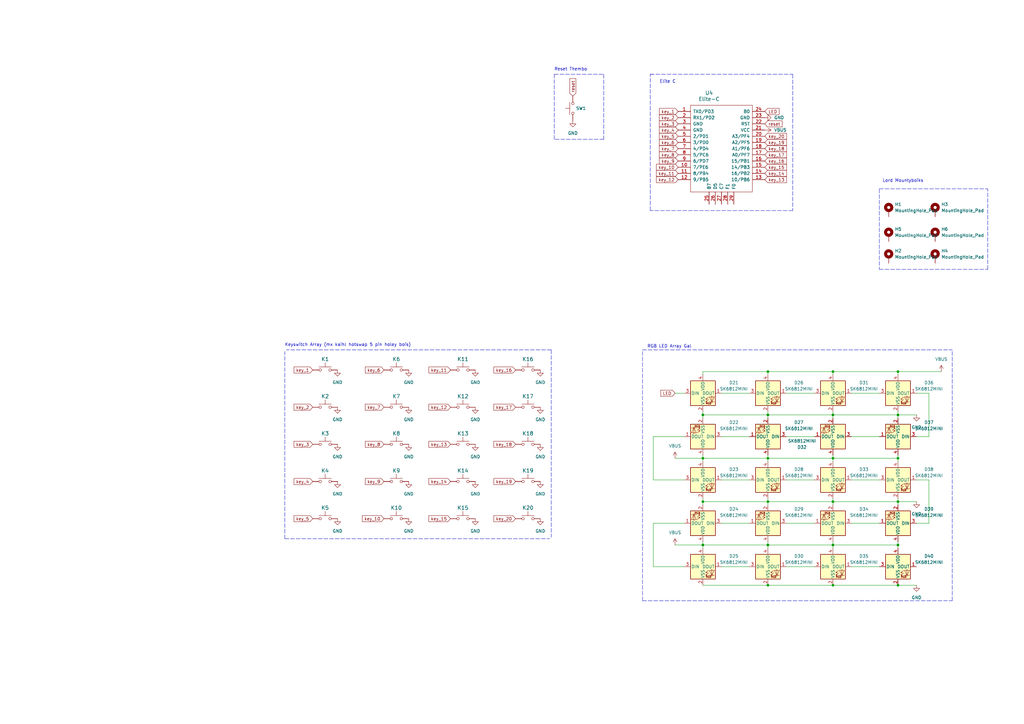
<source format=kicad_sch>
(kicad_sch (version 20211123) (generator eeschema)
  (paper "A3")
  (lib_symbols
    (symbol "Keebs:Elite-C" (pin_names (offset 1.016))
      (property "Reference" "U4" (at -5.08 21.59 0))
      (property "Value" "Elite-C" (at -5.08 19.05 0))
      (symbol "Elite-C_0_1"
        (rectangle (start 12.7 -19.05) (end -12.7 16.51))
      )
      (symbol "Elite-C_1_1"
        (pin input line (at -17.78 13.97 0) (length 5.08) (name "TX0/PD3") (number "1"))
        (pin input line (at -17.78 -8.89 0) (length 5.08) (name "7/PE6") (number "10"))
        (pin input line (at -17.78 -11.43 0) (length 5.08) (name "8/PB4") (number "11"))
        (pin input line (at -17.78 -13.97 0) (length 5.08) (name "9/PB5") (number "12"))
        (pin input line (at 17.78 -13.97 180) (length 5.08) (name "10/PB6") (number "13"))
        (pin input line (at 17.78 -11.43 180) (length 5.08) (name "16/PB2") (number "14"))
        (pin input line (at 17.78 -8.89 180) (length 5.08) (name "14/PB3") (number "15"))
        (pin input line (at 17.78 -6.35 180) (length 5.08) (name "15/PB1") (number "16"))
        (pin input line (at 17.78 -3.81 180) (length 5.08) (name "A0/PF7") (number "17"))
        (pin input line (at 17.78 -1.27 180) (length 5.08) (name "A1/PF6") (number "18"))
        (pin input line (at 17.78 1.27 180) (length 5.08) (name "A2/PF5") (number "19"))
        (pin input line (at -17.78 11.43 0) (length 5.08) (name "RX1/PD2") (number "2"))
        (pin input line (at 17.78 3.81 180) (length 5.08) (name "A3/PF4") (number "20"))
        (pin input line (at 17.78 6.35 180) (length 5.08) (name "VCC") (number "21"))
        (pin input line (at 17.78 8.89 180) (length 5.08) (name "RST") (number "22"))
        (pin input line (at 17.78 11.43 180) (length 5.08) (name "GND") (number "23"))
        (pin input line (at 17.78 13.97 180) (length 5.08) (name "B0") (number "24"))
        (pin input line (at -5.08 -24.13 90) (length 5.08) (name "B7") (number "25"))
        (pin input line (at -2.54 -24.13 90) (length 5.08) (name "D5") (number "26"))
        (pin input line (at 0 -24.13 90) (length 5.08) (name "C7") (number "27"))
        (pin input line (at 2.54 -24.13 90) (length 5.08) (name "F1") (number "28"))
        (pin input line (at 5.08 -24.13 90) (length 5.08) (name "F0") (number "29"))
        (pin input line (at -17.78 8.89 0) (length 5.08) (name "GND") (number "3"))
        (pin input line (at -17.78 6.35 0) (length 5.08) (name "GND") (number "4"))
        (pin input line (at -17.78 3.81 0) (length 5.08) (name "2/PD1") (number "5"))
        (pin input line (at -17.78 1.27 0) (length 5.08) (name "3/PD0") (number "6"))
        (pin input line (at -17.78 -1.27 0) (length 5.08) (name "4/PD4") (number "7"))
        (pin input line (at -17.78 -3.81 0) (length 5.08) (name "5/PC6") (number "8"))
        (pin input line (at -17.78 -6.35 0) (length 5.08) (name "6/PD7") (number "9"))
      )
    )
    (symbol "LED:SK6812MINI" (pin_names (offset 0.254))
      (property "Reference" "D" (at 5.08 5.715 0))
      (property "Value" "SK6812MINI" (at 1.27 -5.715 0))
      (symbol "SK6812MINI_0_0"
        (text "RGB" (at 2.286 -4.191 0) (effects (font (size 0.762 0.762))))
      )
      (symbol "SK6812MINI_0_1"
        (polyline (pts (xy 1.27 -3.556) (xy 1.778 -3.556)))
        (polyline (pts (xy 1.27 -2.54) (xy 1.778 -2.54)))
        (polyline (pts (xy 4.699 -3.556) (xy 2.667 -3.556)))
        (polyline (pts (xy 2.286 -2.54) (xy 1.27 -3.556) (xy 1.27 -3.048)))
        (polyline (pts (xy 2.286 -1.524) (xy 1.27 -2.54) (xy 1.27 -2.032)))
        (polyline (pts (xy 3.683 -1.016) (xy 3.683 -3.556) (xy 3.683 -4.064)))
        (polyline (pts (xy 4.699 -1.524) (xy 2.667 -1.524) (xy 3.683 -3.556) (xy 4.699 -1.524)))
        (rectangle (start 5.08 5.08) (end -5.08 -5.08) (stroke (width 0.254)) (fill (type background)))
      )
      (symbol "SK6812MINI_1_1"
        (pin output line (at 7.62 0 180) (length 2.54) (name "DOUT") (number "1"))
        (pin power_in line (at 0 -7.62 90) (length 2.54) (name "VSS") (number "2"))
        (pin input line (at -7.62 0 0) (length 2.54) (name "DIN") (number "3"))
        (pin power_in line (at 0 7.62 270) (length 2.54) (name "VDD") (number "4"))
      )
    )
    (symbol "Mechanical:MountingHole_Pad" (pin_numbers hide) (pin_names (offset 1.016) hide)
      (property "Reference" "H" (at 0 6.35 0))
      (property "Value" "MountingHole_Pad" (at 0 4.445 0))
      (symbol "MountingHole_Pad_0_1"
        (circle (center 0 1.27) (radius 1.27) (stroke (width 1.27)))
      )
      (symbol "MountingHole_Pad_1_1"
        (pin input line (at 0 -2.54 90) (length 2.54) (name "1") (number "1"))
      )
    )
    (symbol "Switch:SW_Push" (pin_numbers hide) (pin_names (offset 1.016) hide)
      (property "Reference" "SW" (at 1.27 2.54 0))
      (property "Value" "SW_Push" (at 0 -1.524 0))
      (symbol "SW_Push_0_1"
        (circle (center -2.032 0) (radius 0.508))
        (polyline (pts (xy 0 1.27) (xy 0 3.048)))
        (polyline (pts (xy 2.54 1.27) (xy -2.54 1.27)))
        (circle (center 2.032 0) (radius 0.508))
        (pin passive line (at -5.08 0 0) (length 2.54) (name "1") (number "1"))
        (pin passive line (at 5.08 0 180) (length 2.54) (name "2") (number "2"))
      )
    )
    (symbol "power:GND" (power) (pin_names (offset 0))
      (property "Value" "GND" (at 0 -3.81 0))
      (symbol "GND_0_1"
        (polyline (pts (xy 0 0) (xy 0 -1.27) (xy 1.27 -1.27) (xy 0 -2.54) (xy -1.27 -1.27) (xy 0 -1.27)))
      )
      (symbol "GND_1_1"
        (pin power_in line (at 0 0 270) (length 0) hide (name "GND") (number "1"))
      )
    )
    (symbol "power:VBUS" (power) (pin_names (offset 0))
      (property "Value" "VBUS" (at 0 3.81 0))
      (symbol "VBUS_0_1"
        (polyline (pts (xy -0.762 1.27) (xy 0 2.54)))
        (polyline (pts (xy 0 0) (xy 0 2.54)))
        (polyline (pts (xy 0 2.54) (xy 0.762 1.27)))
      )
      (symbol "VBUS_1_1"
        (pin power_in line (at 0 0 90) (length 0) hide (name "VBUS") (number "1"))
      )
    )
  )
  (junction (at 314.96 187.96))
  (junction (at 341.63 205.74))
  (junction (at 288.29 187.96))
  (junction (at 288.29 223.52))
  (junction (at 341.63 223.52))
  (junction (at 341.63 240.03))
  (junction (at 368.3 152.4))
  (junction (at 368.3 187.96))
  (junction (at 314.96 152.4))
  (junction (at 341.63 187.96))
  (junction (at 288.29 170.18))
  (junction (at 314.96 170.18))
  (junction (at 341.63 170.18))
  (junction (at 368.3 223.52))
  (junction (at 368.3 170.18))
  (junction (at 368.3 205.74))
  (junction (at 368.3 240.03))
  (junction (at 314.96 223.52))
  (junction (at 314.96 205.74))
  (junction (at 288.29 205.74))
  (junction (at 314.96 240.03))
  (junction (at 341.63 152.4))
  (wire (pts (xy 341.63 187.96) (xy 341.63 189.23)))
  (polyline (pts (xy 266.7 30.48) (xy 325.12 30.48)))
  (polyline (pts (xy 360.68 77.47) (xy 405.13 77.47)))
  (wire (pts (xy 368.3 152.4) (xy 368.3 153.67)))
  (wire (pts (xy 341.63 240.03) (xy 368.3 240.03)))
  (polyline (pts (xy 325.12 86.36) (xy 266.7 86.36)))
  (wire (pts (xy 267.97 232.41) (xy 280.67 232.41)))
  (wire (pts (xy 341.63 186.69) (xy 341.63 187.96)))
  (wire (pts (xy 288.29 223.52) (xy 314.96 223.52)))
  (wire (pts (xy 322.58 232.41) (xy 334.01 232.41)))
  (wire (pts (xy 276.86 223.52) (xy 288.29 223.52)))
  (polyline (pts (xy 116.84 220.98) (xy 116.84 144.145)))
  (wire (pts (xy 314.96 168.91) (xy 314.96 170.18)))
  (wire (pts (xy 288.29 205.74) (xy 314.96 205.74)))
  (wire (pts (xy 295.91 179.07) (xy 307.34 179.07)))
  (wire (pts (xy 280.67 214.63) (xy 267.97 214.63)))
  (polyline (pts (xy 263.525 246.38) (xy 263.525 143.51)))
  (wire (pts (xy 314.96 223.52) (xy 314.96 224.79)))
  (wire (pts (xy 341.63 170.18) (xy 341.63 171.45)))
  (wire (pts (xy 381 179.07) (xy 375.92 179.07)))
  (wire (pts (xy 267.97 214.63) (xy 267.97 232.41)))
  (wire (pts (xy 322.58 214.63) (xy 334.01 214.63)))
  (wire (pts (xy 322.58 161.29) (xy 334.01 161.29)))
  (wire (pts (xy 288.29 205.74) (xy 288.29 207.01)))
  (wire (pts (xy 341.63 170.18) (xy 314.96 170.18)))
  (wire (pts (xy 314.96 222.25) (xy 314.96 223.52)))
  (wire (pts (xy 368.3 240.03) (xy 375.92 240.03)))
  (wire (pts (xy 276.86 187.96) (xy 288.29 187.96)))
  (wire (pts (xy 368.3 152.4) (xy 341.63 152.4)))
  (wire (pts (xy 288.29 170.18) (xy 288.29 171.45)))
  (wire (pts (xy 276.86 161.29) (xy 280.67 161.29)))
  (polyline (pts (xy 247.65 30.48) (xy 247.65 57.15)))
  (wire (pts (xy 288.29 204.47) (xy 288.29 205.74)))
  (polyline (pts (xy 116.84 220.98) (xy 225.425 220.98)))
  (wire (pts (xy 280.67 179.07) (xy 267.97 179.07)))
  (wire (pts (xy 341.63 152.4) (xy 314.96 152.4)))
  (polyline (pts (xy 266.7 30.48) (xy 267.97 30.48)))
  (wire (pts (xy 349.25 179.07) (xy 360.68 179.07)))
  (wire (pts (xy 341.63 187.96) (xy 368.3 187.96)))
  (wire (pts (xy 368.3 187.96) (xy 368.3 186.69)))
  (wire (pts (xy 349.25 232.41) (xy 360.68 232.41)))
  (wire (pts (xy 295.91 161.29) (xy 307.34 161.29)))
  (wire (pts (xy 314.96 204.47) (xy 314.96 205.74)))
  (wire (pts (xy 341.63 168.91) (xy 341.63 170.18)))
  (polyline (pts (xy 390.525 246.38) (xy 390.525 143.51)))
  (wire (pts (xy 381 214.63) (xy 375.92 214.63)))
  (wire (pts (xy 341.63 204.47) (xy 341.63 205.74)))
  (wire (pts (xy 368.3 170.18) (xy 368.3 171.45)))
  (polyline (pts (xy 227.33 57.15) (xy 227.33 30.48)))
  (wire (pts (xy 368.3 223.52) (xy 368.3 222.25)))
  (wire (pts (xy 288.29 223.52) (xy 288.29 224.79)))
  (wire (pts (xy 349.25 161.29) (xy 360.68 161.29)))
  (polyline (pts (xy 405.13 110.49) (xy 405.13 77.47)))
  (wire (pts (xy 314.96 152.4) (xy 314.96 153.67)))
  (wire (pts (xy 375.92 170.18) (xy 368.3 170.18)))
  (polyline (pts (xy 247.65 57.15) (xy 227.33 57.15)))
  (wire (pts (xy 288.29 152.4) (xy 288.29 153.67)))
  (wire (pts (xy 375.92 161.29) (xy 381 161.29)))
  (wire (pts (xy 368.3 187.96) (xy 368.3 189.23)))
  (polyline (pts (xy 263.525 143.51) (xy 390.525 143.51)))
  (wire (pts (xy 386.08 152.4) (xy 368.3 152.4)))
  (wire (pts (xy 295.91 214.63) (xy 307.34 214.63)))
  (wire (pts (xy 288.29 186.69) (xy 288.29 187.96)))
  (wire (pts (xy 267.97 196.85) (xy 280.67 196.85)))
  (wire (pts (xy 349.25 214.63) (xy 360.68 214.63)))
  (wire (pts (xy 368.3 205.74) (xy 375.92 205.74)))
  (polyline (pts (xy 226.06 143.51) (xy 117.475 143.51)))
  (wire (pts (xy 314.96 187.96) (xy 341.63 187.96)))
  (wire (pts (xy 381 161.29) (xy 381 179.07)))
  (wire (pts (xy 381 196.85) (xy 381 214.63)))
  (wire (pts (xy 341.63 223.52) (xy 341.63 224.79)))
  (polyline (pts (xy 263.525 246.38) (xy 390.525 246.38)))
  (wire (pts (xy 314.96 205.74) (xy 341.63 205.74)))
  (wire (pts (xy 288.29 187.96) (xy 314.96 187.96)))
  (polyline (pts (xy 360.68 110.49) (xy 405.13 110.49)))
  (wire (pts (xy 295.91 196.85) (xy 307.34 196.85)))
  (polyline (pts (xy 227.33 30.48) (xy 247.65 30.48)))
  (polyline (pts (xy 360.68 77.47) (xy 360.68 110.49)))
  (wire (pts (xy 288.29 240.03) (xy 314.96 240.03)))
  (wire (pts (xy 368.3 223.52) (xy 368.3 224.79)))
  (wire (pts (xy 341.63 223.52) (xy 368.3 223.52)))
  (wire (pts (xy 288.29 222.25) (xy 288.29 223.52)))
  (wire (pts (xy 288.29 187.96) (xy 288.29 189.23)))
  (wire (pts (xy 368.3 205.74) (xy 368.3 207.01)))
  (wire (pts (xy 295.91 232.41) (xy 307.34 232.41)))
  (wire (pts (xy 375.92 196.85) (xy 381 196.85)))
  (polyline (pts (xy 325.12 30.48) (xy 325.12 86.36)))
  (wire (pts (xy 341.63 152.4) (xy 341.63 153.67)))
  (wire (pts (xy 368.3 168.91) (xy 368.3 170.18)))
  (wire (pts (xy 368.3 204.47) (xy 368.3 205.74)))
  (wire (pts (xy 322.58 179.07) (xy 334.01 179.07)))
  (wire (pts (xy 341.63 205.74) (xy 368.3 205.74)))
  (wire (pts (xy 341.63 205.74) (xy 341.63 207.01)))
  (wire (pts (xy 314.96 152.4) (xy 288.29 152.4)))
  (wire (pts (xy 341.63 222.25) (xy 341.63 223.52)))
  (wire (pts (xy 314.96 240.03) (xy 341.63 240.03)))
  (wire (pts (xy 288.29 170.18) (xy 288.29 168.91)))
  (wire (pts (xy 314.96 187.96) (xy 314.96 189.23)))
  (wire (pts (xy 314.96 223.52) (xy 341.63 223.52)))
  (wire (pts (xy 267.97 179.07) (xy 267.97 196.85)))
  (wire (pts (xy 314.96 170.18) (xy 314.96 171.45)))
  (wire (pts (xy 349.25 196.85) (xy 360.68 196.85)))
  (wire (pts (xy 314.96 170.18) (xy 288.29 170.18)))
  (wire (pts (xy 314.96 186.69) (xy 314.96 187.96)))
  (wire (pts (xy 314.96 205.74) (xy 314.96 207.01)))
  (polyline (pts (xy 266.7 86.36) (xy 266.7 30.48)))
  (polyline (pts (xy 226.06 143.51) (xy 226.06 220.345)))
  (wire (pts (xy 368.3 170.18) (xy 341.63 170.18)))
  (wire (pts (xy 322.58 196.85) (xy 334.01 196.85)))
  (text "Reset Thembo\n" (at 227.33 29.21 0) (effects (font (size 1.27 1.27)) (justify left bottom)))
  (text "Lord Mountyboiks" (at 361.95 74.93 0) (effects (font (size 1.27 1.27)) (justify left bottom)))
  (text "Keyswitch Array (mx kaihl hotswap 5 pin holey bois)" (at 116.84 142.24 0) (effects (font (size 1.27 1.27)) (justify left bottom)))
  (text "RGB LED Array Gal" (at 265.43 142.875 0) (effects (font (size 1.27 1.27)) (justify left bottom)))
  (text "Elite C\n" (at 270.51 34.29 0) (effects (font (size 1.27 1.27)) (justify left bottom)))
  (global_label "key_17" (shape input) (at 211.455 167.005 180) (property "Intersheet References" "${INTERSHEET_REFS}" (effects hide)))
  (global_label "key_12" (shape input) (at 278.13 73.66 180) (property "Intersheet References" "${INTERSHEET_REFS}" (effects hide)))
  (global_label "LED" (shape input) (at 276.86 161.29 180) (property "Intersheet References" "${INTERSHEET_REFS}" (effects hide)))
  (global_label "key_1" (shape input) (at 128.27 151.765 180) (property "Intersheet References" "${INTERSHEET_REFS}" (effects hide)))
  (global_label "key_11" (shape input) (at 184.785 151.765 180) (property "Intersheet References" "${INTERSHEET_REFS}" (effects hide)))
  (global_label "key_4" (shape input) (at 278.13 53.34 180) (property "Intersheet References" "${INTERSHEET_REFS}" (effects hide)))
  (global_label "key_3" (shape input) (at 128.27 182.245 180) (property "Intersheet References" "${INTERSHEET_REFS}" (effects hide)))
  (global_label "key_8" (shape input) (at 278.13 63.5 180) (property "Intersheet References" "${INTERSHEET_REFS}" (effects hide)))
  (global_label "key_12" (shape input) (at 184.785 167.005 180) (property "Intersheet References" "${INTERSHEET_REFS}" (effects hide)))
  (global_label "key_7" (shape input) (at 278.13 60.96 180) (property "Intersheet References" "${INTERSHEET_REFS}" (effects hide)))
  (global_label "key_11" (shape input) (at 278.13 71.12 180) (property "Intersheet References" "${INTERSHEET_REFS}" (effects hide)))
  (global_label "key_19" (shape input) (at 313.69 58.42 0) (property "Intersheet References" "${INTERSHEET_REFS}" (effects hide)))
  (global_label "key_16" (shape input) (at 211.455 151.765 180) (property "Intersheet References" "${INTERSHEET_REFS}" (effects hide)))
  (global_label "key_13" (shape input) (at 313.69 73.66 0) (property "Intersheet References" "${INTERSHEET_REFS}" (effects hide)))
  (global_label "key_14" (shape input) (at 313.69 71.12 0) (property "Intersheet References" "${INTERSHEET_REFS}" (effects hide)))
  (global_label "key_6" (shape input) (at 278.13 58.42 180) (property "Intersheet References" "${INTERSHEET_REFS}" (effects hide)))
  (global_label "key_13" (shape input) (at 184.785 182.245 180) (property "Intersheet References" "${INTERSHEET_REFS}" (effects hide)))
  (global_label "key_16" (shape input) (at 313.69 66.04 0) (property "Intersheet References" "${INTERSHEET_REFS}" (effects hide)))
  (global_label "reset" (shape input) (at 234.95 39.37 90) (property "Intersheet References" "${INTERSHEET_REFS}" (effects hide)))
  (global_label "key_3" (shape input) (at 278.13 50.8 180) (property "Intersheet References" "${INTERSHEET_REFS}" (effects hide)))
  (global_label "key_18" (shape input) (at 211.455 182.245 180) (property "Intersheet References" "${INTERSHEET_REFS}" (effects hide)))
  (global_label "LED" (shape input) (at 313.69 45.72 0) (property "Intersheet References" "${INTERSHEET_REFS}" (effects hide)))
  (global_label "key_2" (shape input) (at 128.27 167.005 180) (property "Intersheet References" "${INTERSHEET_REFS}" (effects hide)))
  (global_label "key_14" (shape input) (at 184.785 197.485 180) (property "Intersheet References" "${INTERSHEET_REFS}" (effects hide)))
  (global_label "key_9" (shape input) (at 157.48 197.485 180) (property "Intersheet References" "${INTERSHEET_REFS}" (effects hide)))
  (global_label "key_15" (shape input) (at 313.69 68.58 0) (property "Intersheet References" "${INTERSHEET_REFS}" (effects hide)))
  (global_label "key_1" (shape input) (at 278.13 45.72 180) (property "Intersheet References" "${INTERSHEET_REFS}" (effects hide)))
  (global_label "key_15" (shape input) (at 184.785 212.725 180) (property "Intersheet References" "${INTERSHEET_REFS}" (effects hide)))
  (global_label "key_2" (shape input) (at 278.13 48.26 180) (property "Intersheet References" "${INTERSHEET_REFS}" (effects hide)))
  (global_label "key_8" (shape input) (at 157.48 182.245 180) (property "Intersheet References" "${INTERSHEET_REFS}" (effects hide)))
  (global_label "key_5" (shape input) (at 278.13 55.88 180) (property "Intersheet References" "${INTERSHEET_REFS}" (effects hide)))
  (global_label "key_9" (shape input) (at 278.13 66.04 180) (property "Intersheet References" "${INTERSHEET_REFS}" (effects hide)))
  (global_label "key_18" (shape input) (at 313.69 60.96 0) (property "Intersheet References" "${INTERSHEET_REFS}" (effects hide)))
  (global_label "key_17" (shape input) (at 313.69 63.5 0) (property "Intersheet References" "${INTERSHEET_REFS}" (effects hide)))
  (global_label "key_10" (shape input) (at 278.13 68.58 180) (property "Intersheet References" "${INTERSHEET_REFS}" (effects hide)))
  (global_label "key_19" (shape input) (at 211.455 197.485 180) (property "Intersheet References" "${INTERSHEET_REFS}" (effects hide)))
  (global_label "key_4" (shape input) (at 128.27 197.485 180) (property "Intersheet References" "${INTERSHEET_REFS}" (effects hide)))
  (global_label "key_10" (shape input) (at 157.48 212.725 180) (property "Intersheet References" "${INTERSHEET_REFS}" (effects hide)))
  (global_label "reset" (shape input) (at 313.69 50.8 0) (property "Intersheet References" "${INTERSHEET_REFS}" (effects hide)))
  (global_label "key_5" (shape input) (at 128.27 212.725 180) (property "Intersheet References" "${INTERSHEET_REFS}" (effects hide)))
  (global_label "key_20" (shape input) (at 211.455 212.725 180) (property "Intersheet References" "${INTERSHEET_REFS}" (effects hide)))
  (global_label "key_20" (shape input) (at 313.69 55.88 0) (property "Intersheet References" "${INTERSHEET_REFS}" (effects hide)))
  (global_label "key_7" (shape input) (at 157.48 167.005 180) (property "Intersheet References" "${INTERSHEET_REFS}" (effects hide)))
  (global_label "key_6" (shape input) (at 157.48 151.765 180) (property "Intersheet References" "${INTERSHEET_REFS}" (effects hide)))
  (symbol (lib_id "Switch:SW_Push") (at 162.56 167.005 0) (mirror y) (unit 1)
    (property "Reference" "K7" (at 162.56 162.56 0) (effects (font (size 1.524 1.524))))
    (property "Value" "Kailh Hotswap Socket" (effects hide))
    (property "Footprint" "marbastlib-mx:SW_MX_HS_1u" (effects hide))
    (property "Notes" "Not available from Digikey / LCSC" (effects hide))
    (property "MPN" "CPG151101S11" (effects hide))
    (property "Manufacturer" "Kailh Switch" (effects hide))
    (property "Substitue Allowed?" "N" (effects hide))
  )
  (symbol (lib_id "LED:SK6812MINI") (at 314.96 214.63 180) (unit 1)
    (property "Reference" "D29" (at 327.66 208.8005 0))
    (property "Value" "SK6812MINI" (at 327.66 211.3405 0))
    (property "Footprint" "marbastlib-mx:LED_MX_6028R-FLIPPED" (effects hide))
    (property "Datasheet" "https://cdn-shop.adafruit.com/product-files/2686/SK6812MINI_REV.01-1-2.pdf" (effects hide))
  )
  (symbol (lib_id "Switch:SW_Push") (at 162.56 212.725 0) (mirror y) (unit 1)
    (property "Reference" "K10" (at 162.56 208.28 0) (effects (font (size 1.524 1.524))))
    (property "Value" "Kailh Hotswap Socket" (effects hide))
    (property "Footprint" "marbastlib-mx:SW_MX_HS_1u" (effects hide))
    (property "Notes" "Not available from Digikey / LCSC" (effects hide))
    (property "MPN" "CPG151101S11" (effects hide))
    (property "Manufacturer" "Kailh Switch" (effects hide))
    (property "Substitue Allowed?" "N" (effects hide))
  )
  (symbol (lib_id "Mechanical:MountingHole_Pad") (at 364.49 86.36 0) (unit 1)
    (property "Reference" "H1" (at 367.03 83.8199 0) (effects (justify left)))
    (property "Value" "MountingHole_Pad" (at 367.03 86.3599 0) (effects (justify left)))
    (property "Footprint" "MountingHole:MountingHole_2.7mm_M2.5_ISO7380_Pad" (effects hide))
  )
  (symbol (lib_id "power:GND") (at 138.43 212.725 0) (unit 1)
    (property "Reference" "#PWR0157" (effects hide))
    (property "Value" "GND" (at 138.43 217.805 0))
  )
  (symbol (lib_id "power:GND") (at 234.95 49.53 0) (unit 1)
    (property "Reference" "#PWR0108" (effects hide))
    (property "Value" "GND" (at 234.95 54.61 0))
  )
  (symbol (lib_id "LED:SK6812MINI") (at 314.96 196.85 0) (unit 1)
    (property "Reference" "D28" (at 327.66 192.5193 0))
    (property "Value" "SK6812MINI" (at 327.66 195.0593 0))
    (property "Footprint" "marbastlib-mx:LED_MX_6028R-FLIPPED" (effects hide))
    (property "Datasheet" "https://cdn-shop.adafruit.com/product-files/2686/SK6812MINI_REV.01-1-2.pdf" (effects hide))
  )
  (symbol (lib_id "LED:SK6812MINI") (at 368.3 161.29 0) (unit 1)
    (property "Reference" "D36" (at 381 156.9593 0))
    (property "Value" "SK6812MINI" (at 381 159.4993 0))
    (property "Footprint" "marbastlib-mx:LED_MX_6028R-FLIPPED" (effects hide))
    (property "Datasheet" "https://cdn-shop.adafruit.com/product-files/2686/SK6812MINI_REV.01-1-2.pdf" (effects hide))
  )
  (symbol (lib_id "power:GND") (at 375.92 240.03 0) (unit 1)
    (property "Reference" "#PWR0126" (effects hide))
    (property "Value" "GND" (at 375.92 245.11 0))
  )
  (symbol (lib_id "Switch:SW_Push") (at 216.535 212.725 0) (mirror y) (unit 1)
    (property "Reference" "K20" (at 216.535 208.28 0) (effects (font (size 1.524 1.524))))
    (property "Value" "Kailh Hotswap Socket" (effects hide))
    (property "Footprint" "marbastlib-mx:SW_MX_HS_1u" (effects hide))
    (property "Notes" "Not available from Digikey / LCSC" (effects hide))
    (property "MPN" "CPG151101S11" (effects hide))
    (property "Manufacturer" "Kailh Switch" (effects hide))
    (property "Substitue Allowed?" "N" (effects hide))
  )
  (symbol (lib_id "power:GND") (at 221.615 197.485 0) (unit 1)
    (property "Reference" "#PWR0140" (effects hide))
    (property "Value" "GND" (at 221.615 202.565 0))
  )
  (symbol (lib_id "power:GND") (at 375.92 170.18 0) (unit 1)
    (property "Reference" "#PWR0124" (effects hide))
    (property "Value" "GND" (at 375.92 175.26 0))
  )
  (symbol (lib_id "power:VBUS") (at 386.08 152.4 0) (unit 1)
    (property "Reference" "#PWR0104" (effects hide))
    (property "Value" "VBUS" (at 386.08 147.32 0))
  )
  (symbol (lib_id "Mechanical:MountingHole_Pad") (at 383.54 86.36 0) (unit 1)
    (property "Reference" "H3" (at 386.08 83.8199 0) (effects (justify left)))
    (property "Value" "MountingHole_Pad" (at 386.08 86.3599 0) (effects (justify left)))
    (property "Footprint" "MountingHole:MountingHole_2.7mm_M2.5_ISO7380_Pad" (effects hide))
  )
  (symbol (lib_id "power:GND") (at 167.64 167.005 0) (unit 1)
    (property "Reference" "#PWR0152" (effects hide))
    (property "Value" "GND" (at 167.64 172.085 0))
  )
  (symbol (lib_id "power:GND") (at 167.64 197.485 0) (unit 1)
    (property "Reference" "#PWR0151" (effects hide))
    (property "Value" "GND" (at 167.64 202.565 0))
  )
  (symbol (lib_id "Switch:SW_Push") (at 133.35 212.725 0) (mirror y) (unit 1)
    (property "Reference" "K5" (at 133.35 208.28 0) (effects (font (size 1.524 1.524))))
    (property "Value" "Kailh Hotswap Socket" (effects hide))
    (property "Footprint" "marbastlib-mx:SW_MX_HS_1u" (effects hide))
    (property "Notes" "Not available from Digikey / LCSC" (effects hide))
    (property "MPN" "CPG151101S11" (effects hide))
    (property "Manufacturer" "Kailh Switch" (effects hide))
    (property "Substitue Allowed?" "N" (effects hide))
  )
  (symbol (lib_id "LED:SK6812MINI") (at 341.63 232.41 0) (unit 1)
    (property "Reference" "D35" (at 354.33 228.0793 0))
    (property "Value" "SK6812MINI" (at 354.33 230.6193 0))
    (property "Footprint" "marbastlib-mx:LED_MX_6028R-FLIPPED" (effects hide))
    (property "Datasheet" "https://cdn-shop.adafruit.com/product-files/2686/SK6812MINI_REV.01-1-2.pdf" (effects hide))
  )
  (symbol (lib_id "power:GND") (at 138.43 182.245 0) (unit 1)
    (property "Reference" "#PWR0155" (effects hide))
    (property "Value" "GND" (at 138.43 187.325 0))
  )
  (symbol (lib_id "LED:SK6812MINI") (at 341.63 179.07 180) (unit 1)
    (property "Reference" "D32" (at 328.93 183.4007 0))
    (property "Value" "SK6812MINI" (at 328.93 180.8607 0))
    (property "Footprint" "marbastlib-mx:LED_MX_6028R-FLIPPED" (effects hide))
    (property "Datasheet" "https://cdn-shop.adafruit.com/product-files/2686/SK6812MINI_REV.01-1-2.pdf" (effects hide))
  )
  (symbol (lib_id "LED:SK6812MINI") (at 314.96 161.29 0) (unit 1)
    (property "Reference" "D26" (at 327.66 156.9593 0))
    (property "Value" "SK6812MINI" (at 327.66 159.4993 0))
    (property "Footprint" "marbastlib-mx:LED_MX_6028R-FLIPPED" (effects hide))
    (property "Datasheet" "https://cdn-shop.adafruit.com/product-files/2686/SK6812MINI_REV.01-1-2.pdf" (effects hide))
  )
  (symbol (lib_id "Switch:SW_Push") (at 216.535 182.245 0) (mirror y) (unit 1)
    (property "Reference" "K18" (at 216.535 177.8 0) (effects (font (size 1.524 1.524))))
    (property "Value" "Kailh Hotswap Socket" (effects hide))
    (property "Footprint" "marbastlib-mx:SW_MX_HS_1u" (effects hide))
    (property "Notes" "Not available from Digikey / LCSC" (effects hide))
    (property "MPN" "CPG151101S11" (effects hide))
    (property "Manufacturer" "Kailh Switch" (effects hide))
    (property "Substitue Allowed?" "N" (effects hide))
  )
  (symbol (lib_id "Switch:SW_Push") (at 216.535 151.765 0) (mirror y) (unit 1)
    (property "Reference" "K16" (at 216.535 147.32 0) (effects (font (size 1.524 1.524))))
    (property "Value" "Kailh Hotswap Socket" (effects hide))
    (property "Footprint" "marbastlib-mx:SW_MX_HS_1u" (effects hide))
    (property "Notes" "Not available from Digikey / LCSC" (effects hide))
    (property "MPN" "CPG151101S11" (effects hide))
    (property "Manufacturer" "Kailh Switch" (effects hide))
    (property "Substitue Allowed?" "N" (effects hide))
  )
  (symbol (lib_id "Switch:SW_Push") (at 189.865 167.005 0) (mirror y) (unit 1)
    (property "Reference" "K12" (at 189.865 162.56 0) (effects (font (size 1.524 1.524))))
    (property "Value" "Kailh Hotswap Socket" (effects hide))
    (property "Footprint" "marbastlib-mx:SW_MX_HS_1u" (effects hide))
    (property "Notes" "Not available from Digikey / LCSC" (effects hide))
    (property "MPN" "CPG151101S11" (effects hide))
    (property "Manufacturer" "Kailh Switch" (effects hide))
    (property "Substitue Allowed?" "N" (effects hide))
  )
  (symbol (lib_id "power:GND") (at 167.64 151.765 0) (unit 1)
    (property "Reference" "#PWR0153" (effects hide))
    (property "Value" "GND" (at 167.64 156.845 0))
  )
  (symbol (lib_id "LED:SK6812MINI") (at 288.29 196.85 0) (unit 1)
    (property "Reference" "D23" (at 300.99 192.5193 0))
    (property "Value" "SK6812MINI" (at 300.99 195.0593 0))
    (property "Footprint" "marbastlib-mx:LED_MX_6028R-FLIPPED" (effects hide))
    (property "Datasheet" "https://cdn-shop.adafruit.com/product-files/2686/SK6812MINI_REV.01-1-2.pdf" (effects hide))
  )
  (symbol (lib_id "Switch:SW_Push") (at 216.535 197.485 0) (mirror y) (unit 1)
    (property "Reference" "K19" (at 216.535 193.04 0) (effects (font (size 1.524 1.524))))
    (property "Value" "Kailh Hotswap Socket" (effects hide))
    (property "Footprint" "marbastlib-mx:SW_MX_HS_1u" (effects hide))
    (property "Notes" "Not available from Digikey / LCSC" (effects hide))
    (property "MPN" "CPG151101S11" (effects hide))
    (property "Manufacturer" "Kailh Switch" (effects hide))
    (property "Substitue Allowed?" "N" (effects hide))
  )
  (symbol (lib_id "power:GND") (at 221.615 182.245 0) (unit 1)
    (property "Reference" "#PWR0141" (effects hide))
    (property "Value" "GND" (at 221.615 187.325 0))
  )
  (symbol (lib_id "power:GND") (at 194.945 167.005 0) (unit 1)
    (property "Reference" "#PWR0148" (effects hide))
    (property "Value" "GND" (at 194.945 172.085 0))
  )
  (symbol (lib_id "LED:SK6812MINI") (at 341.63 161.29 0) (unit 1)
    (property "Reference" "D31" (at 354.33 156.9593 0))
    (property "Value" "SK6812MINI" (at 354.33 159.4993 0))
    (property "Footprint" "marbastlib-mx:LED_MX_6028R-FLIPPED" (effects hide))
    (property "Datasheet" "https://cdn-shop.adafruit.com/product-files/2686/SK6812MINI_REV.01-1-2.pdf" (effects hide))
  )
  (symbol (lib_id "LED:SK6812MINI") (at 368.3 214.63 180) (unit 1)
    (property "Reference" "D39" (at 381 208.8005 0))
    (property "Value" "SK6812MINI" (at 381 211.3405 0))
    (property "Footprint" "marbastlib-mx:LED_MX_6028R-FLIPPED" (effects hide))
    (property "Datasheet" "https://cdn-shop.adafruit.com/product-files/2686/SK6812MINI_REV.01-1-2.pdf" (effects hide))
  )
  (symbol (lib_id "Switch:SW_Push") (at 189.865 182.245 0) (mirror y) (unit 1)
    (property "Reference" "K13" (at 189.865 177.8 0) (effects (font (size 1.524 1.524))))
    (property "Value" "Kailh Hotswap Socket" (effects hide))
    (property "Footprint" "marbastlib-mx:SW_MX_HS_1u" (effects hide))
    (property "Notes" "Not available from Digikey / LCSC" (effects hide))
    (property "MPN" "CPG151101S11" (effects hide))
    (property "Manufacturer" "Kailh Switch" (effects hide))
    (property "Substitue Allowed?" "N" (effects hide))
  )
  (symbol (lib_id "Switch:SW_Push") (at 189.865 212.725 0) (mirror y) (unit 1)
    (property "Reference" "K15" (at 189.865 208.28 0) (effects (font (size 1.524 1.524))))
    (property "Value" "Kailh Hotswap Socket" (effects hide))
    (property "Footprint" "marbastlib-mx:SW_MX_HS_1u" (effects hide))
    (property "Notes" "Not available from Digikey / LCSC" (effects hide))
    (property "MPN" "CPG151101S11" (effects hide))
    (property "Manufacturer" "Kailh Switch" (effects hide))
    (property "Substitue Allowed?" "N" (effects hide))
  )
  (symbol (lib_id "power:GND") (at 167.64 212.725 0) (unit 1)
    (property "Reference" "#PWR0158" (effects hide))
    (property "Value" "GND" (at 167.64 217.805 0))
  )
  (symbol (lib_id "power:GND") (at 167.64 182.245 0) (unit 1)
    (property "Reference" "#PWR0150" (effects hide))
    (property "Value" "GND" (at 167.64 187.325 0))
  )
  (symbol (lib_id "LED:SK6812MINI") (at 314.96 232.41 0) (unit 1)
    (property "Reference" "D30" (at 327.66 228.0793 0))
    (property "Value" "SK6812MINI" (at 327.66 230.6193 0))
    (property "Footprint" "marbastlib-mx:LED_MX_6028R-FLIPPED" (effects hide))
    (property "Datasheet" "https://cdn-shop.adafruit.com/product-files/2686/SK6812MINI_REV.01-1-2.pdf" (effects hide))
  )
  (symbol (lib_id "Switch:SW_Push") (at 133.35 182.245 0) (mirror y) (unit 1)
    (property "Reference" "K3" (at 133.35 177.8 0) (effects (font (size 1.524 1.524))))
    (property "Value" "Kailh Hotswap Socket" (effects hide))
    (property "Footprint" "marbastlib-mx:SW_MX_HS_1u" (effects hide))
    (property "Notes" "Not available from Digikey / LCSC" (effects hide))
    (property "MPN" "CPG151101S11" (effects hide))
    (property "Manufacturer" "Kailh Switch" (effects hide))
    (property "Substitue Allowed?" "N" (effects hide))
  )
  (symbol (lib_id "LED:SK6812MINI") (at 368.3 196.85 0) (unit 1)
    (property "Reference" "D38" (at 381 192.5193 0))
    (property "Value" "SK6812MINI" (at 381 195.0593 0))
    (property "Footprint" "marbastlib-mx:LED_MX_6028R-FLIPPED" (effects hide))
    (property "Datasheet" "https://cdn-shop.adafruit.com/product-files/2686/SK6812MINI_REV.01-1-2.pdf" (effects hide))
  )
  (symbol (lib_id "power:VBUS") (at 276.86 223.52 0) (unit 1)
    (property "Reference" "#PWR0105" (effects hide))
    (property "Value" "VBUS" (at 276.86 218.44 0))
  )
  (symbol (lib_id "power:GND") (at 138.43 167.005 0) (unit 1)
    (property "Reference" "#PWR0156" (effects hide))
    (property "Value" "GND" (at 138.43 172.085 0))
  )
  (symbol (lib_id "Switch:SW_Push") (at 162.56 151.765 0) (mirror y) (unit 1)
    (property "Reference" "K6" (at 162.56 147.32 0) (effects (font (size 1.524 1.524))))
    (property "Value" "Kailh Hotswap Socket" (effects hide))
    (property "Footprint" "marbastlib-mx:SW_MX_HS_1u" (effects hide))
    (property "Notes" "Not available from Digikey / LCSC" (effects hide))
    (property "MPN" "CPG151101S11" (effects hide))
    (property "Manufacturer" "Kailh Switch" (effects hide))
    (property "Substitue Allowed?" "N" (effects hide))
  )
  (symbol (lib_id "Keebs:Elite-C") (at 295.91 59.69 0) (unit 1)
    (property "Reference" "U4" (at 290.83 38.1 0) (effects (font (size 1.524 1.524))))
    (property "Value" "Elite-C" (at 290.83 40.64 0) (effects (font (size 1.524 1.524))))
    (property "Footprint" "keebs:Elite-C-castellated-29pin-holes" (effects hide))
  )
  (symbol (lib_id "Mechanical:MountingHole_Pad") (at 364.49 105.41 0) (unit 1)
    (property "Reference" "H2" (at 367.03 102.8699 0) (effects (justify left)))
    (property "Value" "MountingHole_Pad" (at 367.03 105.4099 0) (effects (justify left)))
    (property "Footprint" "MountingHole:MountingHole_2.7mm_M2.5_ISO7380_Pad" (effects hide))
  )
  (symbol (lib_id "Switch:SW_Push") (at 162.56 182.245 0) (mirror y) (unit 1)
    (property "Reference" "K8" (at 162.56 177.8 0) (effects (font (size 1.524 1.524))))
    (property "Value" "Kailh Hotswap Socket" (effects hide))
    (property "Footprint" "marbastlib-mx:SW_MX_HS_1u" (effects hide))
    (property "Notes" "Not available from Digikey / LCSC" (effects hide))
    (property "MPN" "CPG151101S11" (effects hide))
    (property "Manufacturer" "Kailh Switch" (effects hide))
    (property "Substitue Allowed?" "N" (effects hide))
  )
  (symbol (lib_id "power:VBUS") (at 276.86 187.96 0) (unit 1)
    (property "Reference" "#PWR0107" (effects hide))
    (property "Value" "VBUS" (at 276.86 182.88 0))
  )
  (symbol (lib_id "Switch:SW_Push") (at 133.35 151.765 0) (mirror y) (unit 1)
    (property "Reference" "K1" (at 133.35 147.32 0) (effects (font (size 1.524 1.524))))
    (property "Value" "Kailh Hotswap Socket" (effects hide))
    (property "Footprint" "marbastlib-mx:SW_MX_HS_1u" (effects hide))
    (property "Notes" "Not available from Digikey / LCSC" (effects hide))
    (property "MPN" "CPG151101S11" (effects hide))
    (property "Manufacturer" "Kailh Switch" (effects hide))
    (property "Substitue Allowed?" "N" (effects hide))
  )
  (symbol (lib_id "Switch:SW_Push") (at 189.865 151.765 0) (mirror y) (unit 1)
    (property "Reference" "K11" (at 189.865 147.32 0) (effects (font (size 1.524 1.524))))
    (property "Value" "Kailh Hotswap Socket" (effects hide))
    (property "Footprint" "marbastlib-mx:SW_MX_HS_1u" (effects hide))
    (property "Notes" "Not available from Digikey / LCSC" (effects hide))
    (property "MPN" "CPG151101S11" (effects hide))
    (property "Manufacturer" "Kailh Switch" (effects hide))
    (property "Substitue Allowed?" "N" (effects hide))
  )
  (symbol (lib_id "power:GND") (at 194.945 151.765 0) (unit 1)
    (property "Reference" "#PWR0144" (effects hide))
    (property "Value" "GND" (at 194.945 156.845 0))
  )
  (symbol (lib_id "LED:SK6812MINI") (at 314.96 179.07 180) (unit 1)
    (property "Reference" "D27" (at 327.66 173.2405 0))
    (property "Value" "SK6812MINI" (at 327.66 175.7805 0))
    (property "Footprint" "marbastlib-mx:LED_MX_6028R-FLIPPED" (effects hide))
    (property "Datasheet" "https://cdn-shop.adafruit.com/product-files/2686/SK6812MINI_REV.01-1-2.pdf" (effects hide))
  )
  (symbol (lib_id "Switch:SW_Push") (at 133.35 197.485 0) (mirror y) (unit 1)
    (property "Reference" "K4" (at 133.35 193.04 0) (effects (font (size 1.524 1.524))))
    (property "Value" "Kailh Hotswap Socket" (effects hide))
    (property "Footprint" "marbastlib-mx:SW_MX_HS_1u" (effects hide))
    (property "Notes" "Not available from Digikey / LCSC" (effects hide))
    (property "MPN" "CPG151101S11" (effects hide))
    (property "Manufacturer" "Kailh Switch" (effects hide))
    (property "Substitue Allowed?" "N" (effects hide))
  )
  (symbol (lib_id "power:GND") (at 194.945 197.485 0) (unit 1)
    (property "Reference" "#PWR0145" (effects hide))
    (property "Value" "GND" (at 194.945 202.565 0))
  )
  (symbol (lib_id "power:GND") (at 221.615 151.765 0) (unit 1)
    (property "Reference" "#PWR0142" (effects hide))
    (property "Value" "GND" (at 221.615 156.845 0))
  )
  (symbol (lib_id "LED:SK6812MINI") (at 288.29 161.29 0) (unit 1)
    (property "Reference" "D21" (at 300.99 156.9593 0))
    (property "Value" "SK6812MINI" (at 300.99 159.4993 0))
    (property "Footprint" "marbastlib-mx:LED_MX_6028R-FLIPPED" (effects hide))
    (property "Datasheet" "https://cdn-shop.adafruit.com/product-files/2686/SK6812MINI_REV.01-1-2.pdf" (effects hide))
  )
  (symbol (lib_id "Switch:SW_Push") (at 162.56 197.485 0) (mirror y) (unit 1)
    (property "Reference" "K9" (at 162.56 193.04 0) (effects (font (size 1.524 1.524))))
    (property "Value" "Kailh Hotswap Socket" (effects hide))
    (property "Footprint" "marbastlib-mx:SW_MX_HS_1u" (effects hide))
    (property "Notes" "Not available from Digikey / LCSC" (effects hide))
    (property "MPN" "CPG151101S11" (effects hide))
    (property "Manufacturer" "Kailh Switch" (effects hide))
    (property "Substitue Allowed?" "N" (effects hide))
  )
  (symbol (lib_id "power:GND") (at 194.945 212.725 0) (unit 1)
    (property "Reference" "#PWR0146" (effects hide))
    (property "Value" "GND" (at 194.945 217.805 0))
  )
  (symbol (lib_id "Switch:SW_Push") (at 234.95 44.45 90) (unit 1)
    (property "Reference" "SW1" (at 236.22 44.4499 90) (effects (justify right)))
    (property "Value" "SW_Push" (effects hide))
    (property "Footprint" "keebs:SW_Tactile_SPST_Angled_MJTP1117" (effects hide))
  )
  (symbol (lib_id "Mechanical:MountingHole_Pad") (at 364.49 96.52 0) (unit 1)
    (property "Reference" "H5" (at 367.03 93.9799 0) (effects (justify left)))
    (property "Value" "MountingHole_Pad" (at 367.03 96.5199 0) (effects (justify left)))
    (property "Footprint" "MountingHole:MountingHole_2.7mm_M2.5_ISO7380_Pad" (effects hide))
  )
  (symbol (lib_id "LED:SK6812MINI") (at 288.29 232.41 0) (unit 1)
    (property "Reference" "D25" (at 300.99 228.0793 0))
    (property "Value" "SK6812MINI" (at 300.99 230.6193 0))
    (property "Footprint" "marbastlib-mx:LED_MX_6028R-FLIPPED" (effects hide))
    (property "Datasheet" "https://cdn-shop.adafruit.com/product-files/2686/SK6812MINI_REV.01-1-2.pdf" (effects hide))
  )
  (symbol (lib_id "power:GND") (at 313.69 48.26 90) (unit 1)
    (property "Reference" "#PWR0101" (effects hide))
    (property "Value" "GND" (at 317.5 48.2599 90) (effects (justify right)))
  )
  (symbol (lib_id "LED:SK6812MINI") (at 368.3 179.07 180) (unit 1)
    (property "Reference" "D37" (at 381 173.2405 0))
    (property "Value" "SK6812MINI" (at 381 175.7805 0))
    (property "Footprint" "marbastlib-mx:LED_MX_6028R-FLIPPED" (effects hide))
    (property "Datasheet" "https://cdn-shop.adafruit.com/product-files/2686/SK6812MINI_REV.01-1-2.pdf" (effects hide))
  )
  (symbol (lib_id "power:GND") (at 221.615 167.005 0) (unit 1)
    (property "Reference" "#PWR0143" (effects hide))
    (property "Value" "GND" (at 221.615 172.085 0))
  )
  (symbol (lib_id "LED:SK6812MINI") (at 341.63 214.63 180) (unit 1)
    (property "Reference" "D34" (at 354.33 208.8005 0))
    (property "Value" "SK6812MINI" (at 354.33 211.3405 0))
    (property "Footprint" "marbastlib-mx:LED_MX_6028R-FLIPPED" (effects hide))
    (property "Datasheet" "https://cdn-shop.adafruit.com/product-files/2686/SK6812MINI_REV.01-1-2.pdf" (effects hide))
  )
  (symbol (lib_id "power:GND") (at 221.615 212.725 0) (unit 1)
    (property "Reference" "#PWR0149" (effects hide))
    (property "Value" "GND" (at 221.615 217.805 0))
  )
  (symbol (lib_id "Switch:SW_Push") (at 133.35 167.005 0) (mirror y) (unit 1)
    (property "Reference" "K2" (at 133.35 162.56 0) (effects (font (size 1.524 1.524))))
    (property "Value" "Kailh Hotswap Socket" (effects hide))
    (property "Footprint" "marbastlib-mx:SW_MX_HS_1u" (effects hide))
    (property "Notes" "Not available from Digikey / LCSC" (effects hide))
    (property "MPN" "CPG151101S11" (effects hide))
    (property "Manufacturer" "Kailh Switch" (effects hide))
    (property "Substitue Allowed?" "N" (effects hide))
  )
  (symbol (lib_id "power:GND") (at 138.43 151.765 0) (unit 1)
    (property "Reference" "#PWR0154" (effects hide))
    (property "Value" "GND" (at 138.43 156.845 0))
  )
  (symbol (lib_id "LED:SK6812MINI") (at 288.29 214.63 180) (unit 1)
    (property "Reference" "D24" (at 300.99 208.8005 0))
    (property "Value" "SK6812MINI" (at 300.99 211.3405 0))
    (property "Footprint" "marbastlib-mx:LED_MX_6028R-FLIPPED" (effects hide))
    (property "Datasheet" "https://cdn-shop.adafruit.com/product-files/2686/SK6812MINI_REV.01-1-2.pdf" (effects hide))
  )
  (symbol (lib_id "Switch:SW_Push") (at 189.865 197.485 0) (mirror y) (unit 1)
    (property "Reference" "K14" (at 189.865 193.04 0) (effects (font (size 1.524 1.524))))
    (property "Value" "Kailh Hotswap Socket" (effects hide))
    (property "Footprint" "marbastlib-mx:SW_MX_HS_1u" (effects hide))
    (property "Notes" "Not available from Digikey / LCSC" (effects hide))
    (property "MPN" "CPG151101S11" (effects hide))
    (property "Manufacturer" "Kailh Switch" (effects hide))
    (property "Substitue Allowed?" "N" (effects hide))
  )
  (symbol (lib_id "power:GND") (at 375.92 205.74 0) (unit 1)
    (property "Reference" "#PWR0125" (effects hide))
    (property "Value" "GND" (at 375.92 210.82 0))
  )
  (symbol (lib_id "power:GND") (at 194.945 182.245 0) (unit 1)
    (property "Reference" "#PWR0147" (effects hide))
    (property "Value" "GND" (at 194.945 187.325 0))
  )
  (symbol (lib_id "LED:SK6812MINI") (at 368.3 232.41 0) (unit 1)
    (property "Reference" "D40" (at 381 228.0793 0))
    (property "Value" "SK6812MINI" (at 381 230.6193 0))
    (property "Footprint" "marbastlib-mx:LED_MX_6028R-FLIPPED" (effects hide))
    (property "Datasheet" "https://cdn-shop.adafruit.com/product-files/2686/SK6812MINI_REV.01-1-2.pdf" (effects hide))
  )
  (symbol (lib_id "power:GND") (at 138.43 197.485 0) (unit 1)
    (property "Reference" "#PWR0159" (effects hide))
    (property "Value" "GND" (at 138.43 202.565 0))
  )
  (symbol (lib_id "LED:SK6812MINI") (at 288.29 179.07 180) (unit 1)
    (property "Reference" "D22" (at 300.99 173.2405 0))
    (property "Value" "SK6812MINI" (at 300.99 175.7805 0))
    (property "Footprint" "marbastlib-mx:LED_MX_6028R-FLIPPED" (effects hide))
    (property "Datasheet" "https://cdn-shop.adafruit.com/product-files/2686/SK6812MINI_REV.01-1-2.pdf" (effects hide))
  )
  (symbol (lib_id "Mechanical:MountingHole_Pad") (at 383.54 105.41 0) (unit 1)
    (property "Reference" "H4" (at 386.08 102.8699 0) (effects (justify left)))
    (property "Value" "MountingHole_Pad" (at 386.08 105.4099 0) (effects (justify left)))
    (property "Footprint" "MountingHole:MountingHole_2.7mm_M2.5_ISO7380_Pad" (effects hide))
  )
  (symbol (lib_id "LED:SK6812MINI") (at 341.63 196.85 0) (unit 1)
    (property "Reference" "D33" (at 354.33 192.5193 0))
    (property "Value" "SK6812MINI" (at 354.33 195.0593 0))
    (property "Footprint" "marbastlib-mx:LED_MX_6028R-FLIPPED" (effects hide))
    (property "Datasheet" "https://cdn-shop.adafruit.com/product-files/2686/SK6812MINI_REV.01-1-2.pdf" (effects hide))
  )
  (symbol (lib_id "Mechanical:MountingHole_Pad") (at 383.54 96.52 0) (unit 1)
    (property "Reference" "H6" (at 386.08 93.9799 0) (effects (justify left)))
    (property "Value" "MountingHole_Pad" (at 386.08 96.5199 0) (effects (justify left)))
    (property "Footprint" "MountingHole:MountingHole_2.7mm_M2.5_ISO7380_Pad" (effects hide))
  )
  (symbol (lib_id "power:VBUS") (at 313.69 53.34 270) (unit 1)
    (property "Reference" "#PWR0102" (effects hide))
    (property "Value" "VBUS" (at 317.5 53.3399 90) (effects (justify left)))
  )
  (symbol (lib_id "Switch:SW_Push") (at 216.535 167.005 0) (mirror y) (unit 1)
    (property "Reference" "K17" (at 216.535 162.56 0) (effects (font (size 1.524 1.524))))
    (property "Value" "Kailh Hotswap Socket" (effects hide))
    (property "Footprint" "marbastlib-mx:SW_MX_HS_1u" (effects hide))
    (property "Notes" "Not available from Digikey / LCSC" (effects hide))
    (property "MPN" "CPG151101S11" (effects hide))
    (property "Manufacturer" "Kailh Switch" (effects hide))
    (property "Substitue Allowed?" "N" (effects hide))
  )
)
</source>
